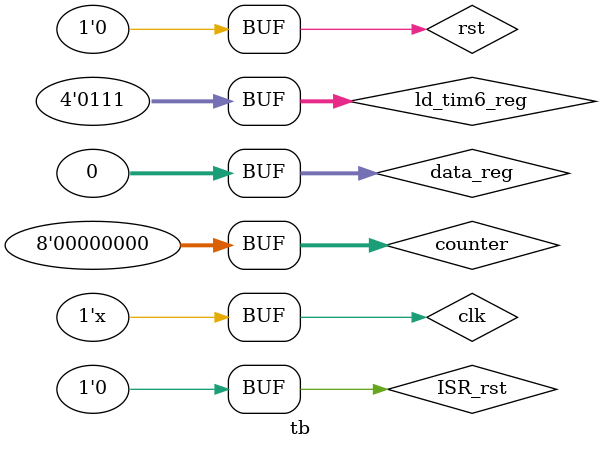
<source format=v>
`timescale 1ns / 1ps

`define SIM_COUNTER 8'h1E

module tb(

    );

reg [7:0]counter;
reg clk, rst;
reg ISR_rst;

reg tim6_reg_update;
reg [ 3:0] ld_tim6_reg;  // Loads TIM6 Register
reg [31:0] data_reg;     // Data to write in the TIM6 Registers
    
wire tim6_uif;       // Interrupt Update Event Flag


initial begin
    clk <= 0;
    rst <= 0;
    ISR_rst <= 0;
    counter <= 8'h00;
    
    ld_tim6_reg <= 4'h7;  // Loads TIM6 Register
    data_reg    <= 32'h00000000;     // Data to write in the TIM6 Registers
    
end

   
   // clock
always #62 clk = ~clk;


/*
TIM6 tim6(
    clk,
    rst,
    
    ld_tim6_reg,  // Loads TIM6 Register
    data_reg,     // Data to write in the TIM6 Registers
    
    ISR_rst,
    tim6_uif       // Interrupt Update Event Flag
    );
    
    


always @(posedge clk) begin
    ld_tim6_reg <= 4'h7; 
    if (counter == 8'h02) begin
        ld_tim6_reg <= 4'h0;
        data_reg <= 32'h00000080;
    end 
    else if (counter == 8'h03) begin
        ld_tim6_reg <= 4'h5;
        data_reg <= 32'h00000001;
    end 
    else if (counter == 8'h04) begin
        ld_tim6_reg <= 4'h6;
        data_reg <= 32'h0000000A;
    end
    else if (counter == 8'h05) begin
        ld_tim6_reg <= 4'h2;
        data_reg <= 32'h00000001;
    end 
    else if (counter == 8'h06) begin
        ld_tim6_reg <= 4'h3;
        data_reg <= 32'h00000001;
    end 
    else if (counter == 8'h07) begin
        ld_tim6_reg <= 4'h0;
        data_reg <= 32'h00000081;
    
    else if (counter == `SIM_COUNTER-1) begin
        ISR_rst <= 1;
    end 
    else if (counter == `SIM_COUNTER) begin
        $finish;
    end
    
   
    counter = counter + 8'h01;
 end

*/


wire led_test;

top top (
    clk, rst,
    led_test
);

endmodule

</source>
